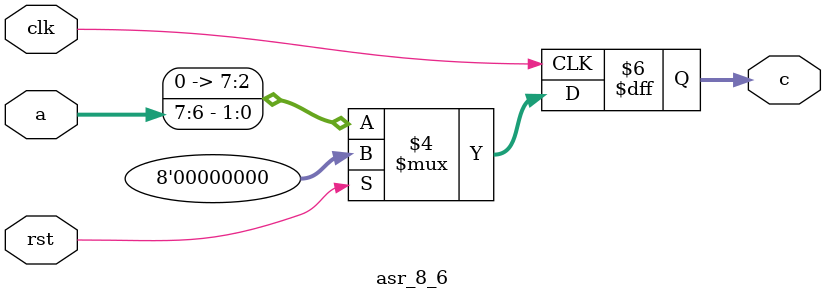
<source format=v>
module asr_8_6(
    a,
    c,
    clk,
    rst
);

input [7:0] a;
input clk, rst;
output [7:0] c;

always @ ( posedge clk )
begin
    case(rst)
        0: c = a >>> 6;
        default: c = 0;
    endcase
end

endmodule

</source>
